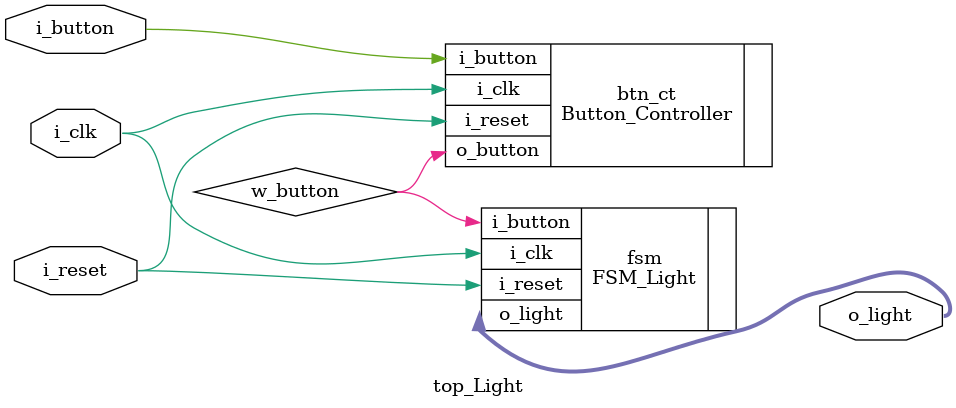
<source format=v>
`timescale 1ns / 1ps

module top_Light(
    input i_clk,
    input i_reset,
    input i_button,
    output [1:0] o_light
 );

     wire w_button;

    Button_Controller btn_ct(
    .i_clk(i_clk),
    .i_button(i_button),
    .i_reset(i_reset),
    .o_button(w_button)
    );
   

    FSM_Light fsm(
    .i_clk(i_clk),
    .i_reset(i_reset),
    .i_button(w_button),
    .o_light(o_light)
    );
endmodule

</source>
